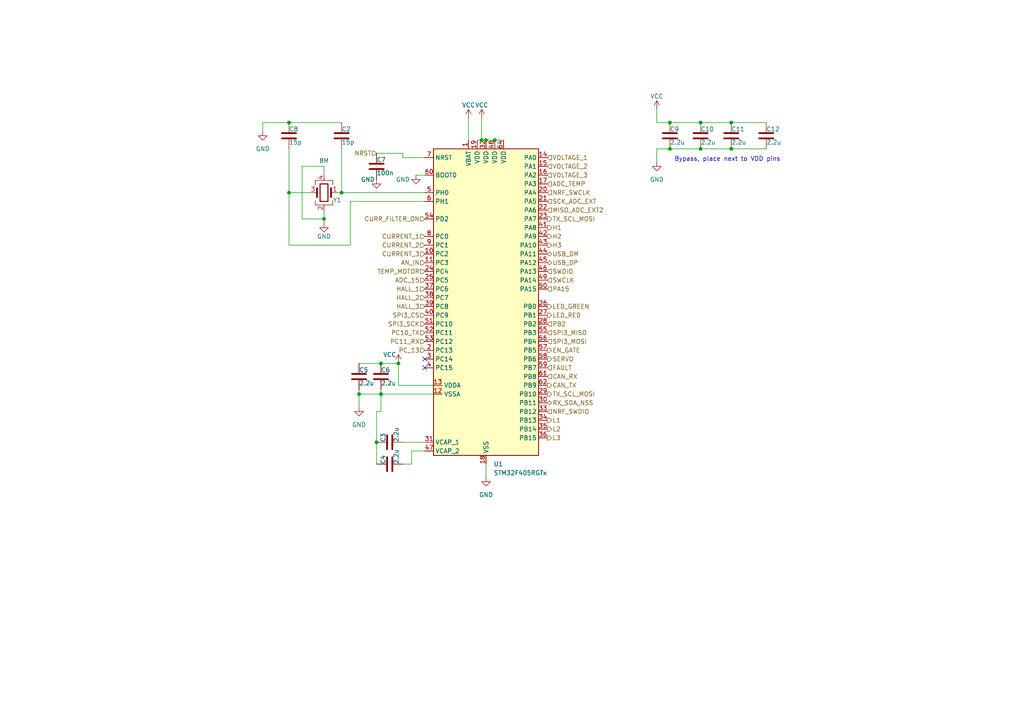
<source format=kicad_sch>
(kicad_sch (version 20230121) (generator eeschema)
  (paper "A4")
  (lib_symbols
    (symbol "Device:C" (pin_numbers hide) (pin_names (offset 0.254))
      (property "Reference" "C" (at 0.635 2.54 0))
      (property "Value" "C" (at 0.635 -2.54 0))
      (symbol "C_0_1"
        (polyline (pts (xy -2.032 -0.762) (xy 2.032 -0.762)) (stroke (width 0.508)))
        (polyline (pts (xy -2.032 0.762) (xy 2.032 0.762)) (stroke (width 0.508)))
      )
      (symbol "C_1_1"
        (pin passive line (at 0 3.81 270) (length 2.794) (name "~") (number "1"))
        (pin passive line (at 0 -3.81 90) (length 2.794) (name "~") (number "2"))
      )
    )
    (symbol "Device:Crystal_GND24" (pin_names (offset 1.016) hide)
      (property "Reference" "Y" (at 3.175 5.08 0))
      (property "Value" "Crystal_GND24" (at 3.175 3.175 0))
      (symbol "Crystal_GND24_0_1"
        (rectangle (start -1.143 2.54) (end 1.143 -2.54) (stroke (width 0.3048)))
        (polyline (pts (xy -2.54 0) (xy -2.032 0)))
        (polyline (pts (xy -2.032 -1.27) (xy -2.032 1.27)) (stroke (width 0.508)))
        (polyline (pts (xy 0 -3.81) (xy 0 -3.556)))
        (polyline (pts (xy 0 3.556) (xy 0 3.81)))
        (polyline (pts (xy 2.032 -1.27) (xy 2.032 1.27)) (stroke (width 0.508)))
        (polyline (pts (xy 2.032 0) (xy 2.54 0)))
        (polyline (pts (xy -2.54 -2.286) (xy -2.54 -3.556) (xy 2.54 -3.556) (xy 2.54 -2.286)))
        (polyline (pts (xy -2.54 2.286) (xy -2.54 3.556) (xy 2.54 3.556) (xy 2.54 2.286)))
      )
      (symbol "Crystal_GND24_1_1"
        (pin passive line (at -3.81 0 0) (length 1.27) (name "1") (number "1"))
        (pin passive line (at 0 5.08 270) (length 1.27) (name "2") (number "2"))
        (pin passive line (at 3.81 0 180) (length 1.27) (name "3") (number "3"))
        (pin passive line (at 0 -5.08 90) (length 1.27) (name "4") (number "4"))
      )
    )
    (symbol "MCU_ST_STM32F4:STM32F405RGTx"
      (property "Reference" "U1" (at 4.4959 -45.72 0))
      (property "Value" "STM32F405RGTx" (at 4.4959 -48.26 0))
      (symbol "STM32F405RGTx_0_1"
        (rectangle (start -15.24 -43.18) (end 15.24 45.72) (stroke (width 0.254)) (fill (type background)))
      )
      (symbol "STM32F405RGTx_1_1"
        (pin power_in line (at -5.08 48.26 270) (length 2.54) (name "VBAT") (number "1"))
        (pin bidirectional line (at -17.78 15.24 0) (length 2.54) (name "PC2") (number "10"))
        (pin bidirectional line (at -17.78 12.7 0) (length 2.54) (name "PC3") (number "11"))
        (pin power_in line (at -15.24 -25.4 0) (length 2.54) (name "VSSA") (number "12"))
        (pin power_in line (at -15.24 -22.86 0) (length 2.54) (name "VDDA") (number "13"))
        (pin bidirectional line (at 17.78 43.18 180) (length 2.54) (name "PA0") (number "14"))
        (pin bidirectional line (at 17.78 40.64 180) (length 2.54) (name "PA1") (number "15"))
        (pin bidirectional line (at 17.78 38.1 180) (length 2.54) (name "PA2") (number "16"))
        (pin bidirectional line (at 17.78 35.56 180) (length 2.54) (name "PA3") (number "17"))
        (pin power_in line (at 0 -45.72 90) (length 2.54) (name "VSS") (number "18"))
        (pin power_in line (at -2.54 48.26 270) (length 2.54) (name "VDD") (number "19"))
        (pin bidirectional line (at -17.78 -12.7 0) (length 2.54) (name "PC13") (number "2"))
        (pin bidirectional line (at 17.78 33.02 180) (length 2.54) (name "PA4") (number "20"))
        (pin bidirectional line (at 17.78 30.48 180) (length 2.54) (name "PA5") (number "21"))
        (pin bidirectional line (at 17.78 27.94 180) (length 2.54) (name "PA6") (number "22"))
        (pin bidirectional line (at 17.78 25.4 180) (length 2.54) (name "PA7") (number "23"))
        (pin bidirectional line (at -17.78 10.16 0) (length 2.54) (name "PC4") (number "24"))
        (pin bidirectional line (at -17.78 7.62 0) (length 2.54) (name "PC5") (number "25"))
        (pin bidirectional line (at 17.78 0 180) (length 2.54) (name "PB0") (number "26"))
        (pin bidirectional line (at 17.78 -2.54 180) (length 2.54) (name "PB1") (number "27"))
        (pin bidirectional line (at 17.78 -5.08 180) (length 2.54) (name "PB2") (number "28"))
        (pin bidirectional line (at 17.78 -25.4 180) (length 2.54) (name "PB10") (number "29"))
        (pin bidirectional line (at -17.78 -15.24 0) (length 2.54) (name "PC14") (number "3"))
        (pin bidirectional line (at 17.78 -27.94 180) (length 2.54) (name "PB11") (number "30"))
        (pin power_out line (at -17.78 -39.37 0) (length 2.54) (name "VCAP_1") (number "31"))
        (pin power_in line (at 0 48.26 270) (length 2.54) (name "VDD") (number "32"))
        (pin bidirectional line (at 17.78 -30.48 180) (length 2.54) (name "PB12") (number "33"))
        (pin bidirectional line (at 17.78 -33.02 180) (length 2.54) (name "PB13") (number "34"))
        (pin bidirectional line (at 17.78 -35.56 180) (length 2.54) (name "PB14") (number "35"))
        (pin bidirectional line (at 17.78 -38.1 180) (length 2.54) (name "PB15") (number "36"))
        (pin bidirectional line (at -17.78 5.08 0) (length 2.54) (name "PC6") (number "37"))
        (pin bidirectional line (at -17.78 2.54 0) (length 2.54) (name "PC7") (number "38"))
        (pin bidirectional line (at -17.78 0 0) (length 2.54) (name "PC8") (number "39"))
        (pin bidirectional line (at -17.78 -17.78 0) (length 2.54) (name "PC15") (number "4"))
        (pin bidirectional line (at -17.78 -2.54 0) (length 2.54) (name "PC9") (number "40"))
        (pin bidirectional line (at 17.78 22.86 180) (length 2.54) (name "PA8") (number "41"))
        (pin bidirectional line (at 17.78 20.32 180) (length 2.54) (name "PA9") (number "42"))
        (pin bidirectional line (at 17.78 17.78 180) (length 2.54) (name "PA10") (number "43"))
        (pin bidirectional line (at 17.78 15.24 180) (length 2.54) (name "PA11") (number "44"))
        (pin bidirectional line (at 17.78 12.7 180) (length 2.54) (name "PA12") (number "45"))
        (pin bidirectional line (at 17.78 10.16 180) (length 2.54) (name "PA13") (number "46"))
        (pin power_out line (at -17.78 -41.91 0) (length 2.54) (name "VCAP_2") (number "47"))
        (pin power_in line (at 2.54 48.26 270) (length 2.54) (name "VDD") (number "48"))
        (pin bidirectional line (at 17.78 7.62 180) (length 2.54) (name "PA14") (number "49"))
        (pin bidirectional line (at -17.78 33.02 0) (length 2.54) (name "PH0") (number "5"))
        (pin bidirectional line (at 17.78 5.08 180) (length 2.54) (name "PA15") (number "50"))
        (pin bidirectional line (at -17.78 -5.08 0) (length 2.54) (name "PC10") (number "51"))
        (pin bidirectional line (at -17.78 -7.62 0) (length 2.54) (name "PC11") (number "52"))
        (pin bidirectional line (at -17.78 -10.16 0) (length 2.54) (name "PC12") (number "53"))
        (pin bidirectional line (at -17.78 25.4 0) (length 2.54) (name "PD2") (number "54"))
        (pin bidirectional line (at 17.78 -7.62 180) (length 2.54) (name "PB3") (number "55"))
        (pin bidirectional line (at 17.78 -10.16 180) (length 2.54) (name "PB4") (number "56"))
        (pin bidirectional line (at 17.78 -12.7 180) (length 2.54) (name "PB5") (number "57"))
        (pin bidirectional line (at 17.78 -15.24 180) (length 2.54) (name "PB6") (number "58"))
        (pin bidirectional line (at 17.78 -17.78 180) (length 2.54) (name "PB7") (number "59"))
        (pin bidirectional line (at -17.78 30.48 0) (length 2.54) (name "PH1") (number "6"))
        (pin input line (at -17.78 38.1 0) (length 2.54) (name "BOOT0") (number "60"))
        (pin bidirectional line (at 17.78 -20.32 180) (length 2.54) (name "PB8") (number "61"))
        (pin bidirectional line (at 17.78 -22.86 180) (length 2.54) (name "PB9") (number "62"))
        (pin passive line (at 0 -45.72 90) (length 2.54) hide (name "VSS") (number "63"))
        (pin power_in line (at 5.08 48.26 270) (length 2.54) (name "VDD") (number "64"))
        (pin input line (at -17.78 43.18 0) (length 2.54) (name "NRST") (number "7"))
        (pin bidirectional line (at -17.78 20.32 0) (length 2.54) (name "PC0") (number "8"))
        (pin bidirectional line (at -17.78 17.78 0) (length 2.54) (name "PC1") (number "9"))
      )
    )
    (symbol "power:GND" (power) (pin_names (offset 0))
      (property "Value" "GND" (at 0 -3.81 0))
      (symbol "GND_0_1"
        (polyline (pts (xy 0 0) (xy 0 -1.27) (xy 1.27 -1.27) (xy 0 -2.54) (xy -1.27 -1.27) (xy 0 -1.27)))
      )
      (symbol "GND_1_1"
        (pin power_in line (at 0 0 270) (length 0) hide (name "GND") (number "1"))
      )
    )
    (symbol "power:VCC" (power) (pin_names (offset 0))
      (property "Value" "VCC" (at 0 3.81 0))
      (symbol "VCC_0_1"
        (polyline (pts (xy -0.762 1.27) (xy 0 2.54)))
        (polyline (pts (xy 0 0) (xy 0 2.54)))
        (polyline (pts (xy 0 2.54) (xy 0.762 1.27)))
      )
      (symbol "VCC_1_1"
        (pin power_in line (at 0 0 90) (length 0) hide (name "VCC") (number "1"))
      )
    )
  )
  (junction (at 212.09 43.18))
  (junction (at 109.22 128.27))
  (junction (at 194.31 43.18))
  (junction (at 93.98 63.5))
  (junction (at 203.2 35.56))
  (junction (at 139.7 40.64))
  (junction (at 140.97 40.64))
  (junction (at 83.82 35.56))
  (junction (at 104.14 114.3))
  (junction (at 203.2 43.18))
  (junction (at 194.31 35.56))
  (junction (at 110.49 114.3))
  (junction (at 115.57 105.41))
  (junction (at 212.09 35.56))
  (junction (at 83.82 55.88))
  (junction (at 99.06 55.88))
  (junction (at 110.49 105.41))
  (junction (at 143.51 40.64))
  (no_connect (at 123.19 106.68))
  (no_connect (at 123.19 104.14))
  (wire (pts (xy 135.89 34.29) (xy 135.89 40.64)))
  (wire (pts (xy 83.82 55.88) (xy 90.17 55.88)))
  (wire (pts (xy 203.2 43.18) (xy 212.09 43.18)))
  (wire (pts (xy 110.49 114.3) (xy 125.73 114.3)))
  (wire (pts (xy 194.31 43.18) (xy 190.5 43.18)))
  (wire (pts (xy 76.2 35.56) (xy 76.2 38.1)))
  (wire (pts (xy 97.79 55.88) (xy 99.06 55.88)))
  (wire (pts (xy 109.22 134.62) (xy 109.22 128.27)))
  (wire (pts (xy 120.65 50.8) (xy 123.19 50.8)))
  (wire (pts (xy 203.2 35.56) (xy 212.09 35.56)))
  (wire (pts (xy 83.82 55.88) (xy 83.82 71.12)))
  (wire (pts (xy 93.98 63.5) (xy 93.98 64.77)))
  (wire (pts (xy 212.09 35.56) (xy 222.25 35.56)))
  (wire (pts (xy 139.7 40.64) (xy 138.43 40.64)))
  (wire (pts (xy 93.98 48.26) (xy 87.63 48.26)))
  (wire (pts (xy 83.82 35.56) (xy 76.2 35.56)))
  (wire (pts (xy 109.22 119.38) (xy 110.49 119.38)))
  (wire (pts (xy 123.19 45.72) (xy 116.84 45.72)))
  (wire (pts (xy 116.84 44.45) (xy 109.22 44.45)))
  (wire (pts (xy 104.14 114.3) (xy 104.14 113.03)))
  (wire (pts (xy 109.22 128.27) (xy 109.22 119.38)))
  (wire (pts (xy 143.51 40.64) (xy 146.05 40.64)))
  (wire (pts (xy 110.49 105.41) (xy 104.14 105.41)))
  (wire (pts (xy 115.57 111.76) (xy 115.57 105.41)))
  (wire (pts (xy 87.63 48.26) (xy 87.63 63.5)))
  (wire (pts (xy 93.98 50.8) (xy 93.98 48.26)))
  (wire (pts (xy 116.84 45.72) (xy 116.84 44.45)))
  (wire (pts (xy 125.73 111.76) (xy 115.57 111.76)))
  (wire (pts (xy 110.49 119.38) (xy 110.49 114.3)))
  (wire (pts (xy 83.82 71.12) (xy 101.6 71.12)))
  (wire (pts (xy 83.82 43.18) (xy 83.82 55.88)))
  (wire (pts (xy 104.14 114.3) (xy 104.14 118.11)))
  (wire (pts (xy 110.49 114.3) (xy 110.49 113.03)))
  (wire (pts (xy 140.97 40.64) (xy 143.51 40.64)))
  (wire (pts (xy 119.38 130.81) (xy 119.38 134.62)))
  (wire (pts (xy 194.31 43.18) (xy 203.2 43.18)))
  (wire (pts (xy 115.57 105.41) (xy 110.49 105.41)))
  (wire (pts (xy 194.31 35.56) (xy 190.5 35.56)))
  (wire (pts (xy 190.5 31.75) (xy 190.5 35.56)))
  (wire (pts (xy 119.38 134.62) (xy 116.84 134.62)))
  (wire (pts (xy 116.84 128.27) (xy 123.19 128.27)))
  (wire (pts (xy 139.7 34.29) (xy 139.7 40.64)))
  (wire (pts (xy 140.97 134.62) (xy 140.97 138.43)))
  (wire (pts (xy 212.09 43.18) (xy 222.25 43.18)))
  (wire (pts (xy 99.06 35.56) (xy 83.82 35.56)))
  (wire (pts (xy 101.6 71.12) (xy 101.6 58.42)))
  (wire (pts (xy 190.5 43.18) (xy 190.5 46.99)))
  (wire (pts (xy 123.19 130.81) (xy 119.38 130.81)))
  (wire (pts (xy 139.7 40.64) (xy 140.97 40.64)))
  (wire (pts (xy 99.06 55.88) (xy 123.19 55.88)))
  (wire (pts (xy 101.6 58.42) (xy 123.19 58.42)))
  (wire (pts (xy 104.14 114.3) (xy 110.49 114.3)))
  (wire (pts (xy 99.06 43.18) (xy 99.06 55.88)))
  (wire (pts (xy 194.31 35.56) (xy 203.2 35.56)))
  (wire (pts (xy 93.98 63.5) (xy 93.98 60.96)))
  (wire (pts (xy 87.63 63.5) (xy 93.98 63.5)))
  (text "Bypass, place next to VDD pins" (at 195.58 46.99 0) (effects (font (size 1.27 1.27)) (justify left bottom)))
  (hierarchical_label "HALL_1" (shape input) (at 123.19 83.82 180))
  (hierarchical_label "USB_DP" (shape bidirectional) (at 158.75 76.2 0))
  (hierarchical_label "NRST" (shape input) (at 109.22 44.45 180))
  (hierarchical_label "MISO_ADC_EXT2" (shape input) (at 158.75 60.96 0))
  (hierarchical_label "PA15" (shape input) (at 158.75 83.82 0))
  (hierarchical_label "SWDIO" (shape input) (at 158.75 78.74 0))
  (hierarchical_label "ADC_TEMP" (shape input) (at 158.75 53.34 0))
  (hierarchical_label "CURRENT_1" (shape input) (at 123.19 68.58 180))
  (hierarchical_label "TX_SCL_MOSI" (shape output) (at 158.75 63.5 0))
  (hierarchical_label "HALL_3" (shape input) (at 123.19 88.9 180))
  (hierarchical_label "CURR_FILTER_ON" (shape input) (at 123.19 63.5 180))
  (hierarchical_label "CURRENT_3" (shape input) (at 123.19 73.66 180))
  (hierarchical_label "LED_RED" (shape output) (at 158.75 91.44 0))
  (hierarchical_label "VOLTAGE_2" (shape input) (at 158.75 48.26 0))
  (hierarchical_label "SPI3_SCK" (shape input) (at 123.19 93.98 180))
  (hierarchical_label "NRF_SWDIO" (shape input) (at 158.75 119.38 0))
  (hierarchical_label "SPI3_CS" (shape input) (at 123.19 91.44 180))
  (hierarchical_label "PC11_RX" (shape input) (at 123.19 99.06 180))
  (hierarchical_label "ADC_15" (shape input) (at 123.19 81.28 180))
  (hierarchical_label "TEMP_MOTOR" (shape input) (at 123.19 78.74 180))
  (hierarchical_label "NRF_SWCLK" (shape input) (at 158.75 55.88 0))
  (hierarchical_label "FAULT" (shape input) (at 158.75 106.68 0))
  (hierarchical_label "PC10_TX" (shape input) (at 123.19 96.52 180))
  (hierarchical_label "H3" (shape output) (at 158.75 71.12 0))
  (hierarchical_label "SWCLK" (shape input) (at 158.75 81.28 0))
  (hierarchical_label "H2" (shape output) (at 158.75 68.58 0))
  (hierarchical_label "CAN_TX" (shape output) (at 158.75 111.76 0))
  (hierarchical_label "EN_GATE" (shape output) (at 158.75 101.6 0))
  (hierarchical_label "SERVO" (shape output) (at 158.75 104.14 0))
  (hierarchical_label "HALL_2" (shape input) (at 123.19 86.36 180))
  (hierarchical_label "H1" (shape output) (at 158.75 66.04 0))
  (hierarchical_label "CURRENT_2" (shape input) (at 123.19 71.12 180))
  (hierarchical_label "USB_DM" (shape bidirectional) (at 158.75 73.66 0))
  (hierarchical_label "AN_IN" (shape input) (at 123.19 76.2 180))
  (hierarchical_label "SPI3_MOSI" (shape input) (at 158.75 99.06 0))
  (hierarchical_label "VOLTAGE_3" (shape input) (at 158.75 50.8 0))
  (hierarchical_label "L1" (shape output) (at 158.75 121.92 0))
  (hierarchical_label "RX_SDA_NSS" (shape bidirectional) (at 158.75 116.84 0))
  (hierarchical_label "L3" (shape output) (at 158.75 127 0))
  (hierarchical_label "PB2" (shape input) (at 158.75 93.98 0))
  (hierarchical_label "SCK_ADC_EXT" (shape input) (at 158.75 58.42 0))
  (hierarchical_label "LED_GREEN" (shape output) (at 158.75 88.9 0))
  (hierarchical_label "TX_SCL_MOSI" (shape output) (at 158.75 114.3 0))
  (hierarchical_label "PC_13" (shape input) (at 123.19 101.6 180))
  (hierarchical_label "VOLTAGE_1" (shape input) (at 158.75 45.72 0))
  (hierarchical_label "SPI3_MISO" (shape input) (at 158.75 96.52 0))
  (hierarchical_label "L2" (shape output) (at 158.75 124.46 0))
  (hierarchical_label "CAN_RX" (shape input) (at 158.75 109.22 0))
  (symbol (lib_id "Device:C") (at 99.06 39.37 0) (unit 1)
    (property "Reference" "C2" (at 99.06 37.465 0) (effects (justify left)))
    (property "Value" "15p" (at 99.06 41.275 0) (effects (justify left)))
    (property "Footprint" "MCU_:CAP_0402C_AVX" (effects hide))
    (property "Datasheet" "https://datasheets.kyocera-avx.com/C0GNP0-KGM.pdf" (effects hide))
  )
  (symbol (lib_id "Device:C") (at 83.82 39.37 0) (unit 1)
    (property "Reference" "C8" (at 83.82 37.465 0) (effects (justify left)))
    (property "Value" "15p" (at 83.82 41.275 0) (effects (justify left)))
    (property "Footprint" "MCU_:CAP_0402C_AVX" (effects hide))
    (property "Datasheet" "https://datasheets.kyocera-avx.com/C0GNP0-KGM.pdf" (effects hide))
  )
  (symbol (lib_id "MCU_ST_STM32F4:STM32F405RGTx") (at 140.97 88.9 0) (unit 1)
    (property "Reference" "U1" (at 143.1641 134.62 0) (effects (justify left)))
    (property "Value" "STM32F405RGTx" (at 143.1641 137.16 0) (effects (justify left)))
    (property "Footprint" "Package_QFP:LQFP-64_10x10mm_P0.5mm" (effects hide))
    (property "Datasheet" "https://www.st.com/resource/en/datasheet/stm32f405rg.pdf" (effects hide))
  )
  (symbol (lib_id "power:GND") (at 76.2 38.1 0) (unit 1)
    (property "Reference" "#PWR010" (effects hide))
    (property "Value" "GND" (at 76.2 43.18 0))
  )
  (symbol (lib_id "power:VCC") (at 139.7 34.29 0) (unit 1)
    (property "Reference" "#PWR05" (effects hide))
    (property "Value" "VCC" (at 139.7 30.48 0))
  )
  (symbol (lib_id "Device:C") (at 203.2 39.37 0) (unit 1)
    (property "Reference" "C10" (at 203.2 37.465 0) (effects (justify left)))
    (property "Value" "2.2u" (at 203.2 41.275 0) (effects (justify left)))
    (property "Footprint" "DRV8301_:CAPC1608X90N" (effects hide))
  )
  (symbol (lib_id "Device:C") (at 104.14 109.22 0) (unit 1)
    (property "Reference" "C5" (at 104.14 107.315 0) (effects (justify left)))
    (property "Value" "2.2u" (at 104.14 111.125 0) (effects (justify left)))
    (property "Footprint" "DRV8301_:CAPC1608X90N" (effects hide))
  )
  (symbol (lib_id "Device:C") (at 113.03 128.27 90) (unit 1)
    (property "Reference" "C3" (at 111.125 128.27 0) (effects (justify left)))
    (property "Value" "2.2u" (at 114.935 128.27 0) (effects (justify left)))
    (property "Footprint" "DRV8301_:CAPC1608X90N" (effects hide))
  )
  (symbol (lib_id "Device:C") (at 109.22 48.26 0) (unit 1)
    (property "Reference" "C7" (at 109.22 46.355 0) (effects (justify left)))
    (property "Value" "100n" (at 109.22 50.165 0) (effects (justify left)))
    (property "Footprint" "MCU_:0603_AVX" (effects hide))
    (property "Datasheet" "CL05A104KA5NNNC" (effects hide))
  )
  (symbol (lib_id "power:VCC") (at 135.89 34.29 0) (unit 1)
    (property "Reference" "#PWR07" (effects hide))
    (property "Value" "VCC" (at 135.89 30.48 0))
  )
  (symbol (lib_id "Device:Crystal_GND24") (at 93.98 55.88 180) (unit 1)
    (property "Reference" "Y1" (at 97.79 58.0389 0))
    (property "Value" "8M" (at 93.98 46.6089 0))
    (property "Footprint" "MCU_:XTAL_ABM3B-8.000MHZ-10-1-U-T" (effects hide))
    (property "Datasheet" "ABM3B-8.000MHZ-10-1-U-T" (effects hide))
  )
  (symbol (lib_id "power:VCC") (at 115.57 105.41 0) (unit 1)
    (property "Reference" "#PWR08" (effects hide))
    (property "Value" "VCC" (at 113.03 102.87 0))
  )
  (symbol (lib_id "Device:C") (at 194.31 39.37 0) (unit 1)
    (property "Reference" "C9" (at 194.31 37.465 0) (effects (justify left)))
    (property "Value" "2.2u" (at 194.31 41.275 0) (effects (justify left)))
    (property "Footprint" "DRV8301_:CAPC1608X90N" (effects hide))
  )
  (symbol (lib_id "power:GND") (at 93.98 64.77 0) (unit 1)
    (property "Reference" "#PWR011" (effects hide))
    (property "Value" "GND" (at 93.98 68.58 0))
  )
  (symbol (lib_id "power:GND") (at 120.65 50.8 0) (unit 1)
    (property "Reference" "#PWR03" (effects hide))
    (property "Value" "GND" (at 116.84 52.07 0))
  )
  (symbol (lib_id "power:GND") (at 109.22 52.07 0) (unit 1)
    (property "Reference" "#PWR04" (effects hide))
    (property "Value" "GND" (at 106.68 52.07 0))
  )
  (symbol (lib_id "Device:C") (at 222.25 39.37 0) (unit 1)
    (property "Reference" "C12" (at 222.25 37.465 0) (effects (justify left)))
    (property "Value" "2.2u" (at 222.25 41.275 0) (effects (justify left)))
    (property "Footprint" "DRV8301_:CAPC1608X90N" (effects hide))
  )
  (symbol (lib_id "power:GND") (at 140.97 138.43 0) (unit 1)
    (property "Reference" "#PWR06" (effects hide))
    (property "Value" "GND" (at 140.97 143.51 0))
  )
  (symbol (lib_id "Device:C") (at 212.09 39.37 0) (unit 1)
    (property "Reference" "C11" (at 212.09 37.465 0) (effects (justify left)))
    (property "Value" "2.2u" (at 212.09 41.275 0) (effects (justify left)))
    (property "Footprint" "DRV8301_:CAPC1608X90N" (effects hide))
  )
  (symbol (lib_id "Device:C") (at 113.03 134.62 90) (unit 1)
    (property "Reference" "C4" (at 111.125 134.62 0) (effects (justify left)))
    (property "Value" "2.2u" (at 114.935 134.62 0) (effects (justify left)))
    (property "Footprint" "DRV8301_:CAPC1608X90N" (effects hide))
  )
  (symbol (lib_id "power:VCC") (at 190.5 31.75 0) (unit 1)
    (property "Reference" "#PWR013" (effects hide))
    (property "Value" "VCC" (at 190.5 27.94 0))
  )
  (symbol (lib_id "power:GND") (at 190.5 46.99 0) (unit 1)
    (property "Reference" "#PWR012" (effects hide))
    (property "Value" "GND" (at 190.5 52.07 0))
  )
  (symbol (lib_id "power:GND") (at 104.14 118.11 0) (unit 1)
    (property "Reference" "#PWR09" (effects hide))
    (property "Value" "GND" (at 104.14 123.19 0))
  )
  (symbol (lib_id "Device:C") (at 110.49 109.22 0) (unit 1)
    (property "Reference" "C6" (at 110.49 107.315 0) (effects (justify left)))
    (property "Value" "2.2u" (at 110.49 111.125 0) (effects (justify left)))
    (property "Footprint" "DRV8301_:CAPC1608X90N" (effects hide))
  )
)
</source>
